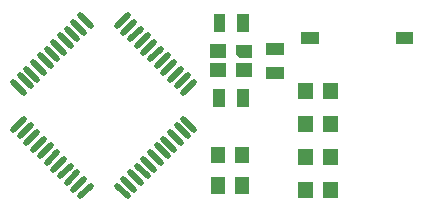
<source format=gtp>
G04 Layer: TopPasteMaskLayer*
G04 EasyEDA v6.4.7, 2020-11-07T10:37:38+03:00*
G04 1389fe0e608b4a92a316d8f3135ec2f9,c683d62568ac4463b913f09dc326db1e,10*
G04 Gerber Generator version 0.2*
G04 Scale: 100 percent, Rotated: No, Reflected: No *
G04 Dimensions in millimeters *
G04 leading zeros omitted , absolute positions ,3 integer and 3 decimal *
%FSLAX33Y33*%
%MOMM*%
G90*
D02*

%ADD12C,0.499999*%
%ADD20R,0.999998X1.550010*%
%ADD21R,1.160018X1.450010*%
%ADD22R,1.550010X0.999998*%
%ADD23R,1.399997X1.150010*%

%LPD*%
G54D12*
G01X19922Y3885D02*
G01X19002Y4804D01*
G01X20488Y4450D02*
G01X19568Y5369D01*
G01X21053Y5016D02*
G01X20134Y5935D01*
G01X21619Y5582D02*
G01X20700Y6501D01*
G01X22184Y6147D02*
G01X21265Y7066D01*
G01X22750Y6713D02*
G01X21831Y7632D01*
G01X23316Y7279D02*
G01X22397Y8198D01*
G01X23881Y7844D02*
G01X22962Y8763D01*
G01X24447Y8410D02*
G01X23528Y9329D01*
G01X25013Y8975D02*
G01X24094Y9895D01*
G01X25578Y9541D02*
G01X24659Y10461D01*
G01X24659Y12652D02*
G01X25578Y13572D01*
G01X24094Y13218D02*
G01X25013Y14138D01*
G01X23528Y13784D02*
G01X24447Y14703D01*
G01X22962Y14350D02*
G01X23881Y15269D01*
G01X22397Y14915D02*
G01X23316Y15834D01*
G01X21831Y15481D02*
G01X22750Y16400D01*
G01X21265Y16047D02*
G01X22184Y16966D01*
G01X20700Y16612D02*
G01X21619Y17531D01*
G01X20134Y17178D02*
G01X21053Y18097D01*
G01X19568Y17744D02*
G01X20488Y18663D01*
G01X19002Y18309D02*
G01X19922Y19228D01*
G01X16811Y18309D02*
G01X15891Y19228D01*
G01X16245Y17744D02*
G01X15325Y18663D01*
G01X15679Y17178D02*
G01X14760Y18097D01*
G01X15113Y16612D02*
G01X14194Y17531D01*
G01X14548Y16047D02*
G01X13629Y16966D01*
G01X13982Y15481D02*
G01X13063Y16400D01*
G01X13416Y14915D02*
G01X12497Y15834D01*
G01X12851Y14350D02*
G01X11932Y15269D01*
G01X12285Y13784D02*
G01X11366Y14703D01*
G01X11719Y13218D02*
G01X10800Y14138D01*
G01X11154Y12652D02*
G01X10235Y13572D01*
G01X10235Y9541D02*
G01X11154Y10461D01*
G01X10800Y8975D02*
G01X11719Y9895D01*
G01X11366Y8410D02*
G01X12285Y9329D01*
G01X11932Y7844D02*
G01X12851Y8763D01*
G01X12497Y7279D02*
G01X13416Y8198D01*
G01X13063Y6713D02*
G01X13982Y7632D01*
G01X13629Y6147D02*
G01X14548Y7066D01*
G01X14194Y5582D02*
G01X15113Y6501D01*
G01X14760Y5016D02*
G01X15679Y5935D01*
G01X15325Y4450D02*
G01X16245Y5369D01*
G01X15891Y3885D02*
G01X16811Y4804D01*
G36*
G01X42619Y17771D02*
G01X44120Y17771D01*
G01X44120Y16772D01*
G01X42619Y16772D01*
G01X42619Y17771D01*
G37*
G36*
G01X34620Y17771D02*
G01X36120Y17771D01*
G01X36120Y16772D01*
G01X34620Y16772D01*
G01X34620Y17771D01*
G37*
G36*
G01X34367Y7938D02*
G01X35667Y7938D01*
G01X35667Y6539D01*
G01X34367Y6539D01*
G01X34367Y7938D01*
G37*
G36*
G01X36468Y7938D02*
G01X37768Y7938D01*
G01X37768Y6539D01*
G01X36468Y6539D01*
G01X36468Y7938D01*
G37*
G36*
G01X34367Y5144D02*
G01X35667Y5144D01*
G01X35667Y3745D01*
G01X34367Y3745D01*
G01X34367Y5144D01*
G37*
G36*
G01X36468Y5144D02*
G01X37768Y5144D01*
G01X37768Y3745D01*
G01X36468Y3745D01*
G01X36468Y5144D01*
G37*
G36*
G01X34367Y10732D02*
G01X35667Y10732D01*
G01X35667Y9333D01*
G01X34367Y9333D01*
G01X34367Y10732D01*
G37*
G36*
G01X36468Y10732D02*
G01X37768Y10732D01*
G01X37768Y9333D01*
G01X36468Y9333D01*
G01X36468Y10732D01*
G37*
G36*
G01X34367Y13526D02*
G01X35667Y13526D01*
G01X35667Y12127D01*
G01X34367Y12127D01*
G01X34367Y13526D01*
G37*
G36*
G01X36468Y13526D02*
G01X37768Y13526D01*
G01X37768Y12127D01*
G01X36468Y12127D01*
G01X36468Y13526D01*
G37*
G54D20*
G01X29701Y12192D03*
G01X27702Y12192D03*
G36*
G01X27202Y19317D02*
G01X28202Y19317D01*
G01X28202Y17766D01*
G01X27202Y17766D01*
G01X27202Y19317D01*
G37*
G36*
G01X29201Y19317D02*
G01X30201Y19317D01*
G01X30201Y17766D01*
G01X29201Y17766D01*
G01X29201Y19317D01*
G37*
G36*
G01X26978Y5550D02*
G01X28139Y5550D01*
G01X28139Y4101D01*
G01X26978Y4101D01*
G01X26978Y5550D01*
G37*
G36*
G01X29010Y5550D02*
G01X30171Y5550D01*
G01X30171Y4101D01*
G01X29010Y4101D01*
G01X29010Y5550D01*
G37*
G54D21*
G01X29591Y7366D03*
G01X27559Y7366D03*
G54D22*
G01X32385Y14367D03*
G01X32385Y16366D03*
G54D23*
G01X27601Y14566D03*
G36*
G01X30502Y15592D02*
G01X29464Y15591D01*
G01X29102Y15970D01*
G01X29102Y16742D01*
G01X30502Y16742D01*
G01X30502Y15592D01*
G37*
G01X29802Y14566D03*
G01X27601Y16167D03*
M00*
M02*

</source>
